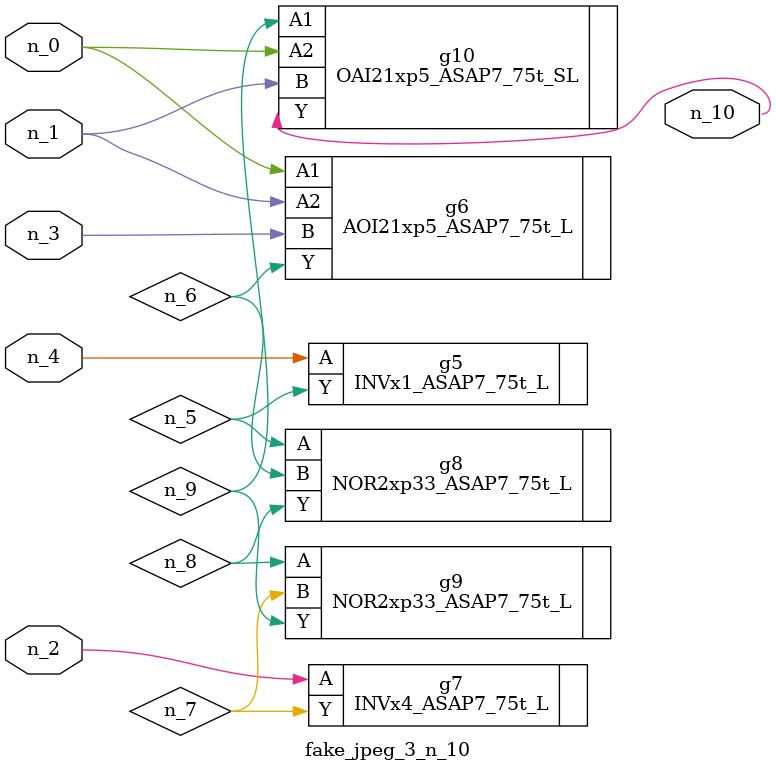
<source format=v>
module fake_jpeg_3_n_10 (n_3, n_2, n_1, n_0, n_4, n_10);

input n_3;
input n_2;
input n_1;
input n_0;
input n_4;

output n_10;

wire n_8;
wire n_9;
wire n_6;
wire n_5;
wire n_7;

INVx1_ASAP7_75t_L g5 ( 
.A(n_4),
.Y(n_5)
);

AOI21xp5_ASAP7_75t_L g6 ( 
.A1(n_0),
.A2(n_1),
.B(n_3),
.Y(n_6)
);

INVx4_ASAP7_75t_L g7 ( 
.A(n_2),
.Y(n_7)
);

NOR2xp33_ASAP7_75t_L g8 ( 
.A(n_5),
.B(n_6),
.Y(n_8)
);

NOR2xp33_ASAP7_75t_L g9 ( 
.A(n_8),
.B(n_7),
.Y(n_9)
);

OAI21xp5_ASAP7_75t_SL g10 ( 
.A1(n_9),
.A2(n_0),
.B(n_1),
.Y(n_10)
);


endmodule
</source>
